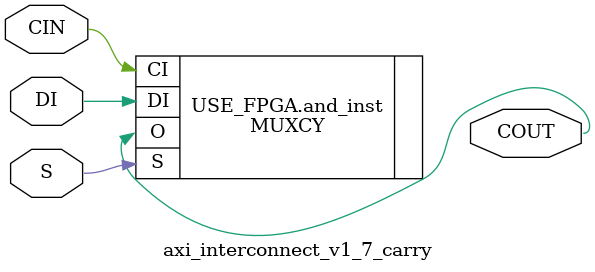
<source format=v>
`timescale 1ps/1ps


(* DowngradeIPIdentifiedWarnings="yes" *) 
module axi_interconnect_v1_7_carry #
  (
   parameter         C_FAMILY                         = "virtex6"
                       // FPGA Family. Current version: virtex6 or spartan6.
   )
  (
   input  wire        CIN,
   input  wire        S,
   input  wire        DI,
   output wire        COUT
   );
  
  
  /////////////////////////////////////////////////////////////////////////////
  // Variables for generating parameter controlled instances.
  /////////////////////////////////////////////////////////////////////////////
  
  
  /////////////////////////////////////////////////////////////////////////////
  // Local params
  /////////////////////////////////////////////////////////////////////////////
  
  
  /////////////////////////////////////////////////////////////////////////////
  // Functions
  /////////////////////////////////////////////////////////////////////////////
  
  
  /////////////////////////////////////////////////////////////////////////////
  // Internal signals
  /////////////////////////////////////////////////////////////////////////////
  
  
  /////////////////////////////////////////////////////////////////////////////
  // Instantiate or use RTL code
  /////////////////////////////////////////////////////////////////////////////
  
  generate
    if ( C_FAMILY == "rtl" ) begin : USE_RTL
      assign COUT = (CIN & S) | (DI & ~S);
      
    end else begin : USE_FPGA
    
      MUXCY and_inst 
      (
       .O (COUT), 
       .CI (CIN), 
       .DI (DI), 
       .S (S)
      ); 
      
    end
  endgenerate
  
  
endmodule


</source>
